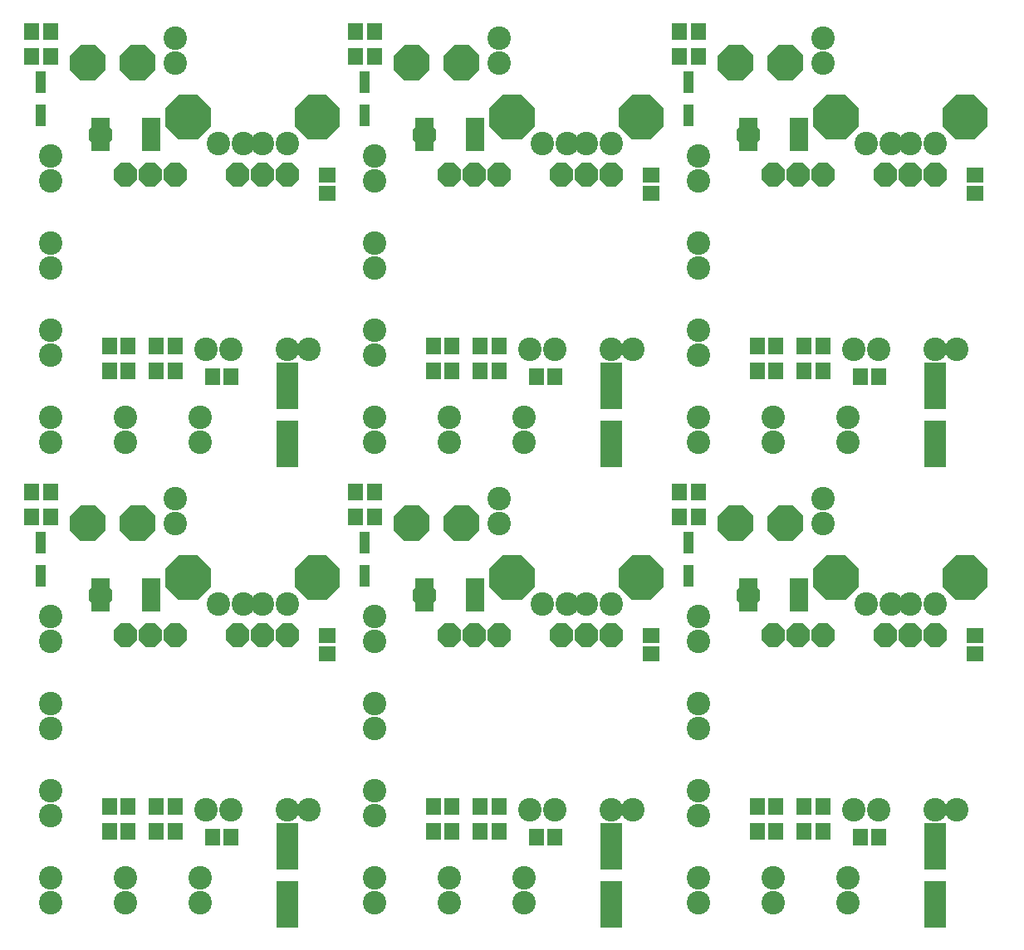
<source format=gbr>
%FSLAX34Y34*%
%MOMM*%
%LNSOLDERMASK_TOP*%
G71*
G01*
%ADD10C, 2.40*%
%ADD11R, 1.98X3.35*%
%ADD12C, 2.40*%
%ADD13R, 1.50X1.80*%
%ADD14R, 1.80X1.50*%
%ADD15R, 2.20X4.20*%
%ADD16R, 2.20X4.70*%
%ADD17R, 1.00X2.20*%
%LPD*%
G36*
X141825Y938680D02*
X131295Y928150D01*
X116355Y928150D01*
X105825Y938680D01*
X105825Y953620D01*
X116355Y964150D01*
X131295Y964150D01*
X141825Y953620D01*
X141825Y938680D01*
G37*
G36*
X91025Y938680D02*
X80495Y928150D01*
X65555Y928150D01*
X55025Y938680D01*
X55025Y953620D01*
X65555Y964150D01*
X80495Y964150D01*
X91025Y953620D01*
X91025Y938680D01*
G37*
X34925Y825500D02*
G54D10*
D03*
X34925Y850900D02*
G54D10*
D03*
X34925Y736600D02*
G54D10*
D03*
X34925Y762000D02*
G54D10*
D03*
X34925Y647700D02*
G54D10*
D03*
X34925Y673100D02*
G54D10*
D03*
G36*
X55025Y953620D02*
X65555Y964150D01*
X80495Y964150D01*
X91025Y953620D01*
X91025Y938680D01*
X80495Y928150D01*
X65555Y928150D01*
X55025Y938680D01*
X55025Y953620D01*
G37*
X34925Y850900D02*
G54D10*
D03*
X34925Y762000D02*
G54D10*
D03*
X34925Y673100D02*
G54D10*
D03*
X206375Y863600D02*
G54D10*
D03*
G36*
X173925Y826870D02*
X166905Y819850D01*
X156945Y819850D01*
X149925Y826870D01*
X149925Y836830D01*
X156945Y843850D01*
X166905Y843850D01*
X173925Y836830D01*
X173925Y826870D01*
G37*
G36*
X148525Y826870D02*
X141505Y819850D01*
X131545Y819850D01*
X124525Y826870D01*
X124525Y836830D01*
X131545Y843850D01*
X141505Y843850D01*
X148525Y836830D01*
X148525Y826870D01*
G37*
G36*
X123125Y826870D02*
X116105Y819850D01*
X106145Y819850D01*
X99125Y826870D01*
X99125Y836830D01*
X106145Y843850D01*
X116105Y843850D01*
X123125Y836830D01*
X123125Y826870D01*
G37*
G36*
X288225Y826870D02*
X281205Y819850D01*
X271245Y819850D01*
X264225Y826870D01*
X264225Y836830D01*
X271245Y843850D01*
X281205Y843850D01*
X288225Y836830D01*
X288225Y826870D01*
G37*
G36*
X262825Y826870D02*
X255805Y819850D01*
X245845Y819850D01*
X238825Y826870D01*
X238825Y836830D01*
X245845Y843850D01*
X255805Y843850D01*
X262825Y836830D01*
X262825Y826870D01*
G37*
G36*
X237425Y826870D02*
X230405Y819850D01*
X220445Y819850D01*
X213425Y826870D01*
X213425Y836830D01*
X220445Y843850D01*
X230405Y843850D01*
X237425Y836830D01*
X237425Y826870D01*
G37*
G36*
X148525Y826870D02*
X141505Y819850D01*
X131545Y819850D01*
X124525Y826870D01*
X124525Y836830D01*
X131545Y843850D01*
X141505Y843850D01*
X148525Y836830D01*
X148525Y826870D01*
G37*
G36*
X262825Y826870D02*
X255805Y819850D01*
X245845Y819850D01*
X238825Y826870D01*
X238825Y836830D01*
X245845Y843850D01*
X255805Y843850D01*
X262825Y836830D01*
X262825Y826870D01*
G37*
X137716Y873125D02*
G54D11*
D03*
X85725Y873125D02*
G54D11*
D03*
G36*
X73725Y878105D02*
X80745Y885125D01*
X90705Y885125D01*
X97725Y878105D01*
X97725Y868145D01*
X90705Y861125D01*
X80745Y861125D01*
X73725Y868145D01*
X73725Y878105D01*
G37*
X276225Y863600D02*
G54D10*
D03*
X251222Y863600D02*
G54D10*
D03*
X231378Y863600D02*
G54D10*
D03*
X206375Y863600D02*
G54D10*
D03*
G36*
X329983Y881042D02*
X316528Y867587D01*
X297438Y867587D01*
X283983Y881042D01*
X283983Y900132D01*
X297438Y913587D01*
X316528Y913587D01*
X329983Y900132D01*
X329983Y881042D01*
G37*
G36*
X198419Y881042D02*
X184964Y867587D01*
X165874Y867587D01*
X152419Y881042D01*
X152419Y900132D01*
X165874Y913587D01*
X184964Y913587D01*
X198419Y900132D01*
X198419Y881042D01*
G37*
X161925Y971550D02*
G54D12*
D03*
X161925Y946150D02*
G54D12*
D03*
X187325Y558800D02*
G54D10*
D03*
X187325Y584200D02*
G54D10*
D03*
X187325Y584200D02*
G54D10*
D03*
X34925Y558800D02*
G54D10*
D03*
X34925Y584200D02*
G54D10*
D03*
X34925Y584200D02*
G54D10*
D03*
X15875Y952500D02*
G54D13*
D03*
X34875Y952500D02*
G54D13*
D03*
X15875Y977900D02*
G54D13*
D03*
X34875Y977900D02*
G54D13*
D03*
X142875Y657225D02*
G54D13*
D03*
X161875Y657225D02*
G54D13*
D03*
X142875Y631825D02*
G54D13*
D03*
X161875Y631825D02*
G54D13*
D03*
X95250Y631825D02*
G54D13*
D03*
X114250Y631825D02*
G54D13*
D03*
X193675Y654050D02*
G54D12*
D03*
X219075Y654050D02*
G54D12*
D03*
X95250Y657225D02*
G54D13*
D03*
X114250Y657225D02*
G54D13*
D03*
X317475Y831825D02*
G54D14*
D03*
X317475Y812825D02*
G54D14*
D03*
X111125Y558800D02*
G54D10*
D03*
X111125Y584200D02*
G54D10*
D03*
X111125Y584200D02*
G54D10*
D03*
X276107Y559595D02*
G54D15*
D03*
X276107Y613570D02*
G54D15*
D03*
X276107Y557214D02*
G54D16*
D03*
X276107Y616348D02*
G54D16*
D03*
X200025Y625475D02*
G54D13*
D03*
X219025Y625475D02*
G54D13*
D03*
X25400Y892175D02*
G54D17*
D03*
X25400Y926505D02*
G54D17*
D03*
X276225Y654050D02*
G54D12*
D03*
X298455Y654050D02*
G54D12*
D03*
G36*
X472025Y938680D02*
X461495Y928150D01*
X446555Y928150D01*
X436025Y938680D01*
X436025Y953620D01*
X446555Y964150D01*
X461495Y964150D01*
X472025Y953620D01*
X472025Y938680D01*
G37*
G36*
X421225Y938680D02*
X410695Y928150D01*
X395755Y928150D01*
X385225Y938680D01*
X385225Y953620D01*
X395755Y964150D01*
X410695Y964150D01*
X421225Y953620D01*
X421225Y938680D01*
G37*
X365125Y825500D02*
G54D10*
D03*
X365125Y850900D02*
G54D10*
D03*
X365125Y736600D02*
G54D10*
D03*
X365125Y762000D02*
G54D10*
D03*
X365125Y647700D02*
G54D10*
D03*
X365125Y673100D02*
G54D10*
D03*
G36*
X385225Y953620D02*
X395755Y964150D01*
X410695Y964150D01*
X421225Y953620D01*
X421225Y938680D01*
X410695Y928150D01*
X395755Y928150D01*
X385225Y938680D01*
X385225Y953620D01*
G37*
X365125Y850900D02*
G54D10*
D03*
X365125Y762000D02*
G54D10*
D03*
X365125Y673100D02*
G54D10*
D03*
X536575Y863600D02*
G54D10*
D03*
G36*
X504125Y826870D02*
X497105Y819850D01*
X487145Y819850D01*
X480125Y826870D01*
X480125Y836830D01*
X487145Y843850D01*
X497105Y843850D01*
X504125Y836830D01*
X504125Y826870D01*
G37*
G36*
X478725Y826870D02*
X471705Y819850D01*
X461745Y819850D01*
X454725Y826870D01*
X454725Y836830D01*
X461745Y843850D01*
X471705Y843850D01*
X478725Y836830D01*
X478725Y826870D01*
G37*
G36*
X453325Y826870D02*
X446305Y819850D01*
X436345Y819850D01*
X429325Y826870D01*
X429325Y836830D01*
X436345Y843850D01*
X446305Y843850D01*
X453325Y836830D01*
X453325Y826870D01*
G37*
G36*
X618425Y826870D02*
X611405Y819850D01*
X601445Y819850D01*
X594425Y826870D01*
X594425Y836830D01*
X601445Y843850D01*
X611405Y843850D01*
X618425Y836830D01*
X618425Y826870D01*
G37*
G36*
X593025Y826870D02*
X586005Y819850D01*
X576045Y819850D01*
X569025Y826870D01*
X569025Y836830D01*
X576045Y843850D01*
X586005Y843850D01*
X593025Y836830D01*
X593025Y826870D01*
G37*
G36*
X567625Y826870D02*
X560605Y819850D01*
X550645Y819850D01*
X543625Y826870D01*
X543625Y836830D01*
X550645Y843850D01*
X560605Y843850D01*
X567625Y836830D01*
X567625Y826870D01*
G37*
G36*
X478725Y826870D02*
X471705Y819850D01*
X461745Y819850D01*
X454725Y826870D01*
X454725Y836830D01*
X461745Y843850D01*
X471705Y843850D01*
X478725Y836830D01*
X478725Y826870D01*
G37*
G36*
X593025Y826870D02*
X586005Y819850D01*
X576045Y819850D01*
X569025Y826870D01*
X569025Y836830D01*
X576045Y843850D01*
X586005Y843850D01*
X593025Y836830D01*
X593025Y826870D01*
G37*
X467916Y873125D02*
G54D11*
D03*
X415925Y873125D02*
G54D11*
D03*
G36*
X403925Y878105D02*
X410945Y885125D01*
X420905Y885125D01*
X427925Y878105D01*
X427925Y868145D01*
X420905Y861125D01*
X410945Y861125D01*
X403925Y868145D01*
X403925Y878105D01*
G37*
X606425Y863600D02*
G54D10*
D03*
X581422Y863600D02*
G54D10*
D03*
X561578Y863600D02*
G54D10*
D03*
X536575Y863600D02*
G54D10*
D03*
G36*
X660183Y881042D02*
X646728Y867587D01*
X627638Y867587D01*
X614183Y881042D01*
X614183Y900132D01*
X627638Y913587D01*
X646728Y913587D01*
X660183Y900132D01*
X660183Y881042D01*
G37*
G36*
X528619Y881042D02*
X515164Y867587D01*
X496074Y867587D01*
X482619Y881042D01*
X482619Y900132D01*
X496074Y913587D01*
X515164Y913587D01*
X528619Y900132D01*
X528619Y881042D01*
G37*
X492125Y971550D02*
G54D12*
D03*
X492125Y946150D02*
G54D12*
D03*
X517525Y558800D02*
G54D10*
D03*
X517525Y584200D02*
G54D10*
D03*
X517525Y584200D02*
G54D10*
D03*
X365125Y558800D02*
G54D10*
D03*
X365125Y584200D02*
G54D10*
D03*
X365125Y584200D02*
G54D10*
D03*
X346075Y952500D02*
G54D13*
D03*
X365075Y952500D02*
G54D13*
D03*
X346075Y977900D02*
G54D13*
D03*
X365075Y977900D02*
G54D13*
D03*
X473075Y657225D02*
G54D13*
D03*
X492075Y657225D02*
G54D13*
D03*
X473075Y631825D02*
G54D13*
D03*
X492075Y631825D02*
G54D13*
D03*
X425450Y631825D02*
G54D13*
D03*
X444450Y631825D02*
G54D13*
D03*
X523875Y654050D02*
G54D12*
D03*
X549275Y654050D02*
G54D12*
D03*
X425450Y657225D02*
G54D13*
D03*
X444450Y657225D02*
G54D13*
D03*
X647675Y831825D02*
G54D14*
D03*
X647675Y812825D02*
G54D14*
D03*
X441325Y558800D02*
G54D10*
D03*
X441325Y584200D02*
G54D10*
D03*
X441325Y584200D02*
G54D10*
D03*
X606307Y559595D02*
G54D15*
D03*
X606307Y613570D02*
G54D15*
D03*
X606307Y557214D02*
G54D16*
D03*
X606307Y616348D02*
G54D16*
D03*
X530225Y625475D02*
G54D13*
D03*
X549225Y625475D02*
G54D13*
D03*
X355600Y892175D02*
G54D17*
D03*
X355600Y926505D02*
G54D17*
D03*
X606425Y654050D02*
G54D12*
D03*
X628655Y654050D02*
G54D12*
D03*
G36*
X802225Y938680D02*
X791695Y928150D01*
X776755Y928150D01*
X766225Y938680D01*
X766225Y953620D01*
X776755Y964150D01*
X791695Y964150D01*
X802225Y953620D01*
X802225Y938680D01*
G37*
G36*
X751425Y938680D02*
X740895Y928150D01*
X725955Y928150D01*
X715425Y938680D01*
X715425Y953620D01*
X725955Y964150D01*
X740895Y964150D01*
X751425Y953620D01*
X751425Y938680D01*
G37*
X695325Y825500D02*
G54D10*
D03*
X695325Y850900D02*
G54D10*
D03*
X695325Y736600D02*
G54D10*
D03*
X695325Y762000D02*
G54D10*
D03*
X695325Y647700D02*
G54D10*
D03*
X695325Y673100D02*
G54D10*
D03*
G36*
X715425Y953620D02*
X725955Y964150D01*
X740895Y964150D01*
X751425Y953620D01*
X751425Y938680D01*
X740895Y928150D01*
X725955Y928150D01*
X715425Y938680D01*
X715425Y953620D01*
G37*
X695325Y850900D02*
G54D10*
D03*
X695325Y762000D02*
G54D10*
D03*
X695325Y673100D02*
G54D10*
D03*
X866775Y863600D02*
G54D10*
D03*
G36*
X834325Y826870D02*
X827305Y819850D01*
X817345Y819850D01*
X810325Y826870D01*
X810325Y836830D01*
X817345Y843850D01*
X827305Y843850D01*
X834325Y836830D01*
X834325Y826870D01*
G37*
G36*
X808925Y826870D02*
X801905Y819850D01*
X791945Y819850D01*
X784925Y826870D01*
X784925Y836830D01*
X791945Y843850D01*
X801905Y843850D01*
X808925Y836830D01*
X808925Y826870D01*
G37*
G36*
X783525Y826870D02*
X776505Y819850D01*
X766545Y819850D01*
X759525Y826870D01*
X759525Y836830D01*
X766545Y843850D01*
X776505Y843850D01*
X783525Y836830D01*
X783525Y826870D01*
G37*
G36*
X948625Y826870D02*
X941605Y819850D01*
X931645Y819850D01*
X924625Y826870D01*
X924625Y836830D01*
X931645Y843850D01*
X941605Y843850D01*
X948625Y836830D01*
X948625Y826870D01*
G37*
G36*
X923225Y826870D02*
X916205Y819850D01*
X906245Y819850D01*
X899225Y826870D01*
X899225Y836830D01*
X906245Y843850D01*
X916205Y843850D01*
X923225Y836830D01*
X923225Y826870D01*
G37*
G36*
X897825Y826870D02*
X890805Y819850D01*
X880845Y819850D01*
X873825Y826870D01*
X873825Y836830D01*
X880845Y843850D01*
X890805Y843850D01*
X897825Y836830D01*
X897825Y826870D01*
G37*
G36*
X808925Y826870D02*
X801905Y819850D01*
X791945Y819850D01*
X784925Y826870D01*
X784925Y836830D01*
X791945Y843850D01*
X801905Y843850D01*
X808925Y836830D01*
X808925Y826870D01*
G37*
G36*
X923225Y826870D02*
X916205Y819850D01*
X906245Y819850D01*
X899225Y826870D01*
X899225Y836830D01*
X906245Y843850D01*
X916205Y843850D01*
X923225Y836830D01*
X923225Y826870D01*
G37*
X798116Y873125D02*
G54D11*
D03*
X746125Y873125D02*
G54D11*
D03*
G36*
X734125Y878105D02*
X741145Y885125D01*
X751105Y885125D01*
X758125Y878105D01*
X758125Y868145D01*
X751105Y861125D01*
X741145Y861125D01*
X734125Y868145D01*
X734125Y878105D01*
G37*
X936625Y863600D02*
G54D10*
D03*
X911622Y863600D02*
G54D10*
D03*
X891778Y863600D02*
G54D10*
D03*
X866775Y863600D02*
G54D10*
D03*
G36*
X990383Y881042D02*
X976928Y867587D01*
X957838Y867587D01*
X944383Y881042D01*
X944383Y900132D01*
X957838Y913587D01*
X976928Y913587D01*
X990383Y900132D01*
X990383Y881042D01*
G37*
G36*
X858819Y881042D02*
X845364Y867587D01*
X826274Y867587D01*
X812819Y881042D01*
X812819Y900132D01*
X826274Y913587D01*
X845364Y913587D01*
X858819Y900132D01*
X858819Y881042D01*
G37*
X822325Y971550D02*
G54D12*
D03*
X822325Y946150D02*
G54D12*
D03*
X847725Y558800D02*
G54D10*
D03*
X847725Y584200D02*
G54D10*
D03*
X847725Y584200D02*
G54D10*
D03*
X695325Y558800D02*
G54D10*
D03*
X695325Y584200D02*
G54D10*
D03*
X695325Y584200D02*
G54D10*
D03*
X676275Y952500D02*
G54D13*
D03*
X695275Y952500D02*
G54D13*
D03*
X676275Y977900D02*
G54D13*
D03*
X695275Y977900D02*
G54D13*
D03*
X803275Y657225D02*
G54D13*
D03*
X822275Y657225D02*
G54D13*
D03*
X803275Y631825D02*
G54D13*
D03*
X822275Y631825D02*
G54D13*
D03*
X755650Y631825D02*
G54D13*
D03*
X774650Y631825D02*
G54D13*
D03*
X854075Y654050D02*
G54D12*
D03*
X879475Y654050D02*
G54D12*
D03*
X755650Y657225D02*
G54D13*
D03*
X774650Y657225D02*
G54D13*
D03*
X977875Y831825D02*
G54D14*
D03*
X977875Y812825D02*
G54D14*
D03*
X771525Y558800D02*
G54D10*
D03*
X771525Y584200D02*
G54D10*
D03*
X771525Y584200D02*
G54D10*
D03*
X936507Y559595D02*
G54D15*
D03*
X936507Y613570D02*
G54D15*
D03*
X936507Y557214D02*
G54D16*
D03*
X936507Y616348D02*
G54D16*
D03*
X860425Y625475D02*
G54D13*
D03*
X879425Y625475D02*
G54D13*
D03*
X685800Y892175D02*
G54D17*
D03*
X685800Y926505D02*
G54D17*
D03*
X936625Y654050D02*
G54D12*
D03*
X958855Y654050D02*
G54D12*
D03*
G36*
X141825Y468780D02*
X131295Y458250D01*
X116355Y458250D01*
X105825Y468780D01*
X105825Y483720D01*
X116355Y494250D01*
X131295Y494250D01*
X141825Y483720D01*
X141825Y468780D01*
G37*
G36*
X91025Y468780D02*
X80495Y458250D01*
X65555Y458250D01*
X55025Y468780D01*
X55025Y483720D01*
X65555Y494250D01*
X80495Y494250D01*
X91025Y483720D01*
X91025Y468780D01*
G37*
X34925Y355600D02*
G54D10*
D03*
X34925Y381000D02*
G54D10*
D03*
X34925Y266700D02*
G54D10*
D03*
X34925Y292100D02*
G54D10*
D03*
X34925Y177800D02*
G54D10*
D03*
X34925Y203200D02*
G54D10*
D03*
G36*
X55025Y483720D02*
X65555Y494250D01*
X80495Y494250D01*
X91025Y483720D01*
X91025Y468780D01*
X80495Y458250D01*
X65555Y458250D01*
X55025Y468780D01*
X55025Y483720D01*
G37*
X34925Y381000D02*
G54D10*
D03*
X34925Y292100D02*
G54D10*
D03*
X34925Y203200D02*
G54D10*
D03*
X206375Y393700D02*
G54D10*
D03*
G36*
X173925Y356970D02*
X166905Y349950D01*
X156945Y349950D01*
X149925Y356970D01*
X149925Y366930D01*
X156945Y373950D01*
X166905Y373950D01*
X173925Y366930D01*
X173925Y356970D01*
G37*
G36*
X148525Y356970D02*
X141505Y349950D01*
X131545Y349950D01*
X124525Y356970D01*
X124525Y366930D01*
X131545Y373950D01*
X141505Y373950D01*
X148525Y366930D01*
X148525Y356970D01*
G37*
G36*
X123125Y356970D02*
X116105Y349950D01*
X106145Y349950D01*
X99125Y356970D01*
X99125Y366930D01*
X106145Y373950D01*
X116105Y373950D01*
X123125Y366930D01*
X123125Y356970D01*
G37*
G36*
X288225Y356970D02*
X281205Y349950D01*
X271245Y349950D01*
X264225Y356970D01*
X264225Y366930D01*
X271245Y373950D01*
X281205Y373950D01*
X288225Y366930D01*
X288225Y356970D01*
G37*
G36*
X262825Y356970D02*
X255805Y349950D01*
X245845Y349950D01*
X238825Y356970D01*
X238825Y366930D01*
X245845Y373950D01*
X255805Y373950D01*
X262825Y366930D01*
X262825Y356970D01*
G37*
G36*
X237425Y356970D02*
X230405Y349950D01*
X220445Y349950D01*
X213425Y356970D01*
X213425Y366930D01*
X220445Y373950D01*
X230405Y373950D01*
X237425Y366930D01*
X237425Y356970D01*
G37*
G36*
X148525Y356970D02*
X141505Y349950D01*
X131545Y349950D01*
X124525Y356970D01*
X124525Y366930D01*
X131545Y373950D01*
X141505Y373950D01*
X148525Y366930D01*
X148525Y356970D01*
G37*
G36*
X262825Y356970D02*
X255805Y349950D01*
X245845Y349950D01*
X238825Y356970D01*
X238825Y366930D01*
X245845Y373950D01*
X255805Y373950D01*
X262825Y366930D01*
X262825Y356970D01*
G37*
X137716Y403225D02*
G54D11*
D03*
X85725Y403225D02*
G54D11*
D03*
G36*
X73725Y408205D02*
X80745Y415225D01*
X90705Y415225D01*
X97725Y408205D01*
X97725Y398245D01*
X90705Y391225D01*
X80745Y391225D01*
X73725Y398245D01*
X73725Y408205D01*
G37*
X276225Y393700D02*
G54D10*
D03*
X251222Y393700D02*
G54D10*
D03*
X231378Y393700D02*
G54D10*
D03*
X206375Y393700D02*
G54D10*
D03*
G36*
X329983Y411142D02*
X316528Y397688D01*
X297438Y397688D01*
X283983Y411142D01*
X283983Y430232D01*
X297438Y443688D01*
X316528Y443688D01*
X329983Y430232D01*
X329983Y411142D01*
G37*
G36*
X198419Y411142D02*
X184964Y397687D01*
X165874Y397687D01*
X152419Y411142D01*
X152419Y430232D01*
X165874Y443687D01*
X184964Y443687D01*
X198419Y430232D01*
X198419Y411142D01*
G37*
X161925Y501650D02*
G54D12*
D03*
X161925Y476250D02*
G54D12*
D03*
X187325Y88900D02*
G54D10*
D03*
X187325Y114300D02*
G54D10*
D03*
X187325Y114300D02*
G54D10*
D03*
X34925Y88900D02*
G54D10*
D03*
X34925Y114300D02*
G54D10*
D03*
X34925Y114300D02*
G54D10*
D03*
X15875Y482600D02*
G54D13*
D03*
X34875Y482600D02*
G54D13*
D03*
X15875Y508000D02*
G54D13*
D03*
X34875Y508000D02*
G54D13*
D03*
X142875Y187325D02*
G54D13*
D03*
X161875Y187325D02*
G54D13*
D03*
X142875Y161925D02*
G54D13*
D03*
X161875Y161925D02*
G54D13*
D03*
X95250Y161925D02*
G54D13*
D03*
X114250Y161925D02*
G54D13*
D03*
X193675Y184150D02*
G54D12*
D03*
X219075Y184150D02*
G54D12*
D03*
X95250Y187325D02*
G54D13*
D03*
X114250Y187325D02*
G54D13*
D03*
X317475Y361925D02*
G54D14*
D03*
X317475Y342925D02*
G54D14*
D03*
X111125Y88900D02*
G54D10*
D03*
X111125Y114300D02*
G54D10*
D03*
X111125Y114300D02*
G54D10*
D03*
X276107Y89695D02*
G54D15*
D03*
X276107Y143670D02*
G54D15*
D03*
X276107Y87314D02*
G54D16*
D03*
X276107Y146448D02*
G54D16*
D03*
X200025Y155575D02*
G54D13*
D03*
X219025Y155575D02*
G54D13*
D03*
X25400Y422275D02*
G54D17*
D03*
X25400Y456605D02*
G54D17*
D03*
X276225Y184150D02*
G54D12*
D03*
X298455Y184150D02*
G54D12*
D03*
G36*
X472025Y468780D02*
X461495Y458250D01*
X446555Y458250D01*
X436025Y468780D01*
X436025Y483720D01*
X446555Y494250D01*
X461495Y494250D01*
X472025Y483720D01*
X472025Y468780D01*
G37*
G36*
X421225Y468780D02*
X410695Y458250D01*
X395755Y458250D01*
X385225Y468780D01*
X385225Y483720D01*
X395755Y494250D01*
X410695Y494250D01*
X421225Y483720D01*
X421225Y468780D01*
G37*
X365125Y355600D02*
G54D10*
D03*
X365125Y381000D02*
G54D10*
D03*
X365125Y266700D02*
G54D10*
D03*
X365125Y292100D02*
G54D10*
D03*
X365125Y177800D02*
G54D10*
D03*
X365125Y203200D02*
G54D10*
D03*
G36*
X385225Y483720D02*
X395755Y494250D01*
X410695Y494250D01*
X421225Y483720D01*
X421225Y468780D01*
X410695Y458250D01*
X395755Y458250D01*
X385225Y468780D01*
X385225Y483720D01*
G37*
X365125Y381000D02*
G54D10*
D03*
X365125Y292100D02*
G54D10*
D03*
X365125Y203200D02*
G54D10*
D03*
X536575Y393700D02*
G54D10*
D03*
G36*
X504125Y356970D02*
X497105Y349950D01*
X487145Y349950D01*
X480125Y356970D01*
X480125Y366930D01*
X487145Y373950D01*
X497105Y373950D01*
X504125Y366930D01*
X504125Y356970D01*
G37*
G36*
X478725Y356970D02*
X471705Y349950D01*
X461745Y349950D01*
X454725Y356970D01*
X454725Y366930D01*
X461745Y373950D01*
X471705Y373950D01*
X478725Y366930D01*
X478725Y356970D01*
G37*
G36*
X453325Y356970D02*
X446305Y349950D01*
X436345Y349950D01*
X429325Y356970D01*
X429325Y366930D01*
X436345Y373950D01*
X446305Y373950D01*
X453325Y366930D01*
X453325Y356970D01*
G37*
G36*
X618425Y356970D02*
X611405Y349950D01*
X601445Y349950D01*
X594425Y356970D01*
X594425Y366930D01*
X601445Y373950D01*
X611405Y373950D01*
X618425Y366930D01*
X618425Y356970D01*
G37*
G36*
X593025Y356970D02*
X586005Y349950D01*
X576045Y349950D01*
X569025Y356970D01*
X569025Y366930D01*
X576045Y373950D01*
X586005Y373950D01*
X593025Y366930D01*
X593025Y356970D01*
G37*
G36*
X567625Y356970D02*
X560605Y349950D01*
X550645Y349950D01*
X543625Y356970D01*
X543625Y366930D01*
X550645Y373950D01*
X560605Y373950D01*
X567625Y366930D01*
X567625Y356970D01*
G37*
G36*
X478725Y356970D02*
X471705Y349950D01*
X461745Y349950D01*
X454725Y356970D01*
X454725Y366930D01*
X461745Y373950D01*
X471705Y373950D01*
X478725Y366930D01*
X478725Y356970D01*
G37*
G36*
X593025Y356970D02*
X586005Y349950D01*
X576045Y349950D01*
X569025Y356970D01*
X569025Y366930D01*
X576045Y373950D01*
X586005Y373950D01*
X593025Y366930D01*
X593025Y356970D01*
G37*
X467916Y403225D02*
G54D11*
D03*
X415925Y403225D02*
G54D11*
D03*
G36*
X403925Y408205D02*
X410945Y415225D01*
X420905Y415225D01*
X427925Y408205D01*
X427925Y398245D01*
X420905Y391225D01*
X410945Y391225D01*
X403925Y398245D01*
X403925Y408205D01*
G37*
X606425Y393700D02*
G54D10*
D03*
X581422Y393700D02*
G54D10*
D03*
X561578Y393700D02*
G54D10*
D03*
X536575Y393700D02*
G54D10*
D03*
G36*
X660183Y411142D02*
X646728Y397688D01*
X627638Y397688D01*
X614183Y411142D01*
X614183Y430232D01*
X627638Y443688D01*
X646728Y443688D01*
X660183Y430232D01*
X660183Y411142D01*
G37*
G36*
X528619Y411142D02*
X515164Y397687D01*
X496074Y397687D01*
X482619Y411142D01*
X482619Y430232D01*
X496074Y443687D01*
X515164Y443687D01*
X528619Y430232D01*
X528619Y411142D01*
G37*
X492125Y501650D02*
G54D12*
D03*
X492125Y476250D02*
G54D12*
D03*
X517525Y88900D02*
G54D10*
D03*
X517525Y114300D02*
G54D10*
D03*
X517525Y114300D02*
G54D10*
D03*
X365125Y88900D02*
G54D10*
D03*
X365125Y114300D02*
G54D10*
D03*
X365125Y114300D02*
G54D10*
D03*
X346075Y482600D02*
G54D13*
D03*
X365075Y482600D02*
G54D13*
D03*
X346075Y508000D02*
G54D13*
D03*
X365075Y508000D02*
G54D13*
D03*
X473075Y187325D02*
G54D13*
D03*
X492075Y187325D02*
G54D13*
D03*
X473075Y161925D02*
G54D13*
D03*
X492075Y161925D02*
G54D13*
D03*
X425450Y161925D02*
G54D13*
D03*
X444450Y161925D02*
G54D13*
D03*
X523875Y184150D02*
G54D12*
D03*
X549275Y184150D02*
G54D12*
D03*
X425450Y187325D02*
G54D13*
D03*
X444450Y187325D02*
G54D13*
D03*
X647675Y361925D02*
G54D14*
D03*
X647675Y342925D02*
G54D14*
D03*
X441325Y88900D02*
G54D10*
D03*
X441325Y114300D02*
G54D10*
D03*
X441325Y114300D02*
G54D10*
D03*
X606307Y89695D02*
G54D15*
D03*
X606307Y143670D02*
G54D15*
D03*
X606307Y87314D02*
G54D16*
D03*
X606307Y146448D02*
G54D16*
D03*
X530225Y155575D02*
G54D13*
D03*
X549225Y155575D02*
G54D13*
D03*
X355600Y422275D02*
G54D17*
D03*
X355600Y456605D02*
G54D17*
D03*
X606425Y184150D02*
G54D12*
D03*
X628655Y184150D02*
G54D12*
D03*
G36*
X802225Y468780D02*
X791695Y458250D01*
X776755Y458250D01*
X766225Y468780D01*
X766225Y483720D01*
X776755Y494250D01*
X791695Y494250D01*
X802225Y483720D01*
X802225Y468780D01*
G37*
G36*
X751425Y468780D02*
X740895Y458250D01*
X725955Y458250D01*
X715425Y468780D01*
X715425Y483720D01*
X725955Y494250D01*
X740895Y494250D01*
X751425Y483720D01*
X751425Y468780D01*
G37*
X695325Y355600D02*
G54D10*
D03*
X695325Y381000D02*
G54D10*
D03*
X695325Y266700D02*
G54D10*
D03*
X695325Y292100D02*
G54D10*
D03*
X695325Y177800D02*
G54D10*
D03*
X695325Y203200D02*
G54D10*
D03*
G36*
X715425Y483720D02*
X725955Y494250D01*
X740895Y494250D01*
X751425Y483720D01*
X751425Y468780D01*
X740895Y458250D01*
X725955Y458250D01*
X715425Y468780D01*
X715425Y483720D01*
G37*
X695325Y381000D02*
G54D10*
D03*
X695325Y292100D02*
G54D10*
D03*
X695325Y203200D02*
G54D10*
D03*
X866775Y393700D02*
G54D10*
D03*
G36*
X834325Y356970D02*
X827305Y349950D01*
X817345Y349950D01*
X810325Y356970D01*
X810325Y366930D01*
X817345Y373950D01*
X827305Y373950D01*
X834325Y366930D01*
X834325Y356970D01*
G37*
G36*
X808925Y356970D02*
X801905Y349950D01*
X791945Y349950D01*
X784925Y356970D01*
X784925Y366930D01*
X791945Y373950D01*
X801905Y373950D01*
X808925Y366930D01*
X808925Y356970D01*
G37*
G36*
X783525Y356970D02*
X776505Y349950D01*
X766545Y349950D01*
X759525Y356970D01*
X759525Y366930D01*
X766545Y373950D01*
X776505Y373950D01*
X783525Y366930D01*
X783525Y356970D01*
G37*
G36*
X948625Y356970D02*
X941605Y349950D01*
X931645Y349950D01*
X924625Y356970D01*
X924625Y366930D01*
X931645Y373950D01*
X941605Y373950D01*
X948625Y366930D01*
X948625Y356970D01*
G37*
G36*
X923225Y356970D02*
X916205Y349950D01*
X906245Y349950D01*
X899225Y356970D01*
X899225Y366930D01*
X906245Y373950D01*
X916205Y373950D01*
X923225Y366930D01*
X923225Y356970D01*
G37*
G36*
X897825Y356970D02*
X890805Y349950D01*
X880845Y349950D01*
X873825Y356970D01*
X873825Y366930D01*
X880845Y373950D01*
X890805Y373950D01*
X897825Y366930D01*
X897825Y356970D01*
G37*
G36*
X808925Y356970D02*
X801905Y349950D01*
X791945Y349950D01*
X784925Y356970D01*
X784925Y366930D01*
X791945Y373950D01*
X801905Y373950D01*
X808925Y366930D01*
X808925Y356970D01*
G37*
G36*
X923225Y356970D02*
X916205Y349950D01*
X906245Y349950D01*
X899225Y356970D01*
X899225Y366930D01*
X906245Y373950D01*
X916205Y373950D01*
X923225Y366930D01*
X923225Y356970D01*
G37*
X798116Y403225D02*
G54D11*
D03*
X746125Y403225D02*
G54D11*
D03*
G36*
X734125Y408205D02*
X741145Y415225D01*
X751105Y415225D01*
X758125Y408205D01*
X758125Y398245D01*
X751105Y391225D01*
X741145Y391225D01*
X734125Y398245D01*
X734125Y408205D01*
G37*
X936625Y393700D02*
G54D10*
D03*
X911622Y393700D02*
G54D10*
D03*
X891778Y393700D02*
G54D10*
D03*
X866775Y393700D02*
G54D10*
D03*
G36*
X990383Y411142D02*
X976928Y397688D01*
X957838Y397688D01*
X944383Y411142D01*
X944383Y430232D01*
X957838Y443688D01*
X976928Y443688D01*
X990383Y430232D01*
X990383Y411142D01*
G37*
G36*
X858819Y411142D02*
X845364Y397687D01*
X826274Y397687D01*
X812819Y411142D01*
X812819Y430232D01*
X826274Y443687D01*
X845364Y443687D01*
X858819Y430232D01*
X858819Y411142D01*
G37*
X822325Y501650D02*
G54D12*
D03*
X822325Y476250D02*
G54D12*
D03*
X847725Y88900D02*
G54D10*
D03*
X847725Y114300D02*
G54D10*
D03*
X847725Y114300D02*
G54D10*
D03*
X695325Y88900D02*
G54D10*
D03*
X695325Y114300D02*
G54D10*
D03*
X695325Y114300D02*
G54D10*
D03*
X676275Y482600D02*
G54D13*
D03*
X695275Y482600D02*
G54D13*
D03*
X676275Y508000D02*
G54D13*
D03*
X695275Y508000D02*
G54D13*
D03*
X803275Y187325D02*
G54D13*
D03*
X822275Y187325D02*
G54D13*
D03*
X803275Y161925D02*
G54D13*
D03*
X822275Y161925D02*
G54D13*
D03*
X755650Y161925D02*
G54D13*
D03*
X774650Y161925D02*
G54D13*
D03*
X854075Y184150D02*
G54D12*
D03*
X879475Y184150D02*
G54D12*
D03*
X755650Y187325D02*
G54D13*
D03*
X774650Y187325D02*
G54D13*
D03*
X977875Y361925D02*
G54D14*
D03*
X977875Y342925D02*
G54D14*
D03*
X771525Y88900D02*
G54D10*
D03*
X771525Y114300D02*
G54D10*
D03*
X771525Y114300D02*
G54D10*
D03*
X936507Y89695D02*
G54D15*
D03*
X936507Y143670D02*
G54D15*
D03*
X936507Y87314D02*
G54D16*
D03*
X936507Y146448D02*
G54D16*
D03*
X860425Y155575D02*
G54D13*
D03*
X879425Y155575D02*
G54D13*
D03*
X685800Y422275D02*
G54D17*
D03*
X685800Y456605D02*
G54D17*
D03*
X936625Y184150D02*
G54D12*
D03*
X958855Y184150D02*
G54D12*
D03*
M02*

</source>
